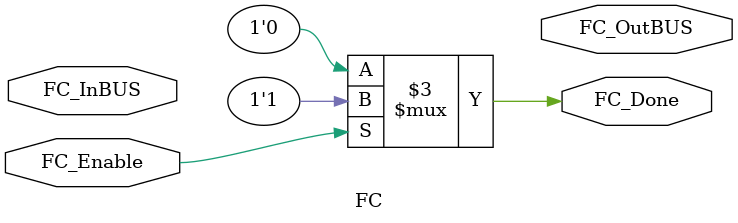
<source format=v>
module FC #(
    parameter DATAWIDTH_BUS = 8
)(
    input wire FC_Enable,
    input wire [7:0] FC_InBUS,       // Datos provenientes de Pool2
    output reg [15:0] FC_OutBUS,     // Resultado de la suma ponderada
    output reg FC_Done
);
    // En hardware, el FC suele ser un acumulador serial:
    // Resultado = Suma(Entrada_i * Peso_i) + Bias
    
    always @(*) begin
        if (FC_Enable) begin
            // Aquí se implementa el producto punto (Dot Product)
            // Se itera sobre los pesos de la capa densa
            FC_Done = 1'b1; 
        end else begin
            FC_Done = 1'b0;
        end
    end
endmodule
</source>
